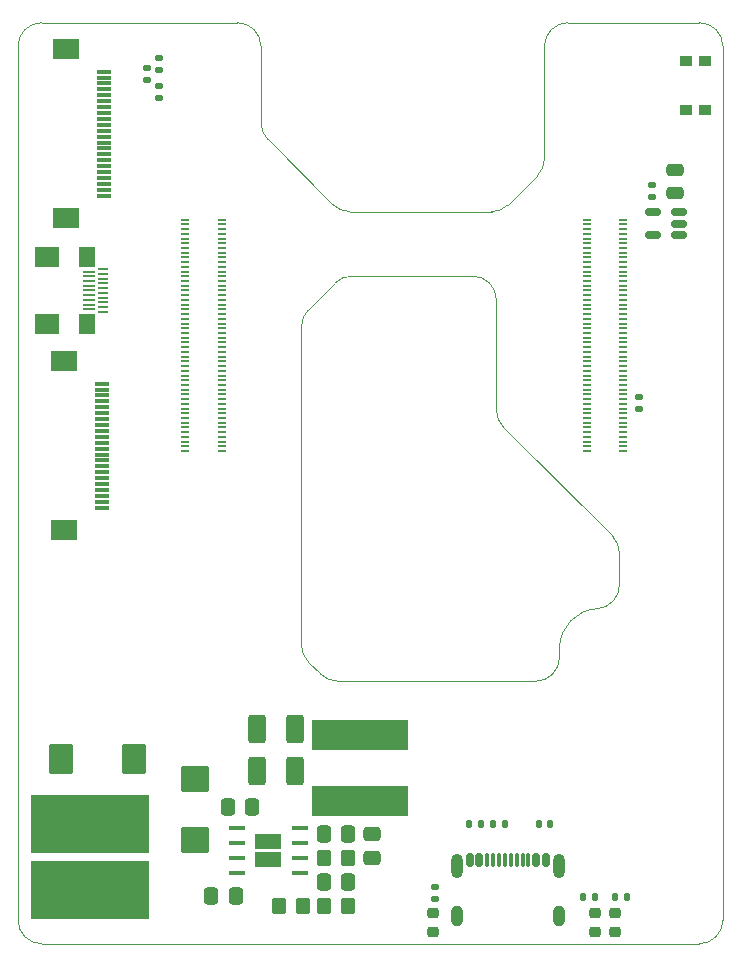
<source format=gbr>
G04 #@! TF.GenerationSoftware,KiCad,Pcbnew,9.0.3*
G04 #@! TF.CreationDate,2026-01-29T01:14:44+01:00*
G04 #@! TF.ProjectId,CM5IO,434d3549-4f2e-46b6-9963-61645f706362,rev?*
G04 #@! TF.SameCoordinates,Original*
G04 #@! TF.FileFunction,Paste,Top*
G04 #@! TF.FilePolarity,Positive*
%FSLAX46Y46*%
G04 Gerber Fmt 4.6, Leading zero omitted, Abs format (unit mm)*
G04 Created by KiCad (PCBNEW 9.0.3) date 2026-01-29 01:14:44*
%MOMM*%
%LPD*%
G01*
G04 APERTURE LIST*
G04 Aperture macros list*
%AMRoundRect*
0 Rectangle with rounded corners*
0 $1 Rounding radius*
0 $2 $3 $4 $5 $6 $7 $8 $9 X,Y pos of 4 corners*
0 Add a 4 corners polygon primitive as box body*
4,1,4,$2,$3,$4,$5,$6,$7,$8,$9,$2,$3,0*
0 Add four circle primitives for the rounded corners*
1,1,$1+$1,$2,$3*
1,1,$1+$1,$4,$5*
1,1,$1+$1,$6,$7*
1,1,$1+$1,$8,$9*
0 Add four rect primitives between the rounded corners*
20,1,$1+$1,$2,$3,$4,$5,0*
20,1,$1+$1,$4,$5,$6,$7,0*
20,1,$1+$1,$6,$7,$8,$9,0*
20,1,$1+$1,$8,$9,$2,$3,0*%
G04 Aperture macros list end*
%ADD10C,0.000000*%
%ADD11R,0.838200X0.228600*%
%ADD12R,0.990600X0.228600*%
%ADD13R,1.371600X1.803400*%
%ADD14R,2.006600X1.701800*%
%ADD15RoundRect,0.250000X0.475000X-0.250000X0.475000X0.250000X-0.475000X0.250000X-0.475000X-0.250000X0*%
%ADD16R,1.300000X0.300000*%
%ADD17R,2.200000X1.800000*%
%ADD18RoundRect,0.150000X-0.150000X-0.425000X0.150000X-0.425000X0.150000X0.425000X-0.150000X0.425000X0*%
%ADD19RoundRect,0.075000X-0.075000X-0.500000X0.075000X-0.500000X0.075000X0.500000X-0.075000X0.500000X0*%
%ADD20O,1.000000X2.100000*%
%ADD21O,1.000000X1.800000*%
%ADD22RoundRect,0.135000X-0.185000X0.135000X-0.185000X-0.135000X0.185000X-0.135000X0.185000X0.135000X0*%
%ADD23RoundRect,0.135000X0.185000X-0.135000X0.185000X0.135000X-0.185000X0.135000X-0.185000X-0.135000X0*%
%ADD24RoundRect,0.135000X-0.135000X-0.185000X0.135000X-0.185000X0.135000X0.185000X-0.135000X0.185000X0*%
%ADD25RoundRect,0.250000X-0.337500X-0.475000X0.337500X-0.475000X0.337500X0.475000X-0.337500X0.475000X0*%
%ADD26RoundRect,0.250000X0.787500X1.025000X-0.787500X1.025000X-0.787500X-1.025000X0.787500X-1.025000X0*%
%ADD27RoundRect,0.218750X-0.256250X0.218750X-0.256250X-0.218750X0.256250X-0.218750X0.256250X0.218750X0*%
%ADD28R,8.200000X2.600000*%
%ADD29R,10.000000X5.000000*%
%ADD30RoundRect,0.140000X-0.140000X-0.170000X0.140000X-0.170000X0.140000X0.170000X-0.140000X0.170000X0*%
%ADD31RoundRect,0.250000X0.337500X0.475000X-0.337500X0.475000X-0.337500X-0.475000X0.337500X-0.475000X0*%
%ADD32RoundRect,0.250000X0.350000X0.450000X-0.350000X0.450000X-0.350000X-0.450000X0.350000X-0.450000X0*%
%ADD33RoundRect,0.250000X-0.350000X-0.450000X0.350000X-0.450000X0.350000X0.450000X-0.350000X0.450000X0*%
%ADD34RoundRect,0.250001X0.507499X0.944999X-0.507499X0.944999X-0.507499X-0.944999X0.507499X-0.944999X0*%
%ADD35RoundRect,0.250001X0.944999X-0.872499X0.944999X0.872499X-0.944999X0.872499X-0.944999X-0.872499X0*%
%ADD36RoundRect,0.140000X0.140000X0.170000X-0.140000X0.170000X-0.140000X-0.170000X0.140000X-0.170000X0*%
%ADD37R,1.000000X0.900000*%
%ADD38RoundRect,0.250000X0.475000X-0.337500X0.475000X0.337500X-0.475000X0.337500X-0.475000X-0.337500X0*%
%ADD39RoundRect,0.150000X0.512500X0.150000X-0.512500X0.150000X-0.512500X-0.150000X0.512500X-0.150000X0*%
%ADD40R,0.700000X0.200000*%
%ADD41R,1.422400X0.457200*%
%ADD42RoundRect,0.135000X0.135000X0.185000X-0.135000X0.185000X-0.135000X-0.185000X0.135000X-0.185000X0*%
G04 #@! TA.AperFunction,Profile*
%ADD43C,0.050000*%
G04 #@! TD*
G04 APERTURE END LIST*
D10*
G36*
X168599600Y-138528000D02*
G01*
X166386600Y-138528000D01*
X166386600Y-137204000D01*
X168599600Y-137204000D01*
X168599600Y-138528000D01*
G37*
G36*
X168599600Y-140052000D02*
G01*
X166386600Y-140052000D01*
X166386600Y-138728000D01*
X168599600Y-138728000D01*
X168599600Y-140052000D01*
G37*
D11*
X153517499Y-92994499D03*
D12*
X152292498Y-92794499D03*
D11*
X153517499Y-92594500D03*
D12*
X152292498Y-92394500D03*
D11*
X153517499Y-92194501D03*
D12*
X152292498Y-91994501D03*
D11*
X153517499Y-91794499D03*
D12*
X152292498Y-91594499D03*
D11*
X153517499Y-91394500D03*
D12*
X152292498Y-91194500D03*
D11*
X153517499Y-90994500D03*
D12*
X152292498Y-90794501D03*
D11*
X153517499Y-90594501D03*
D12*
X152292498Y-90394499D03*
D11*
X153517499Y-90194499D03*
D12*
X152292498Y-89994500D03*
D11*
X153517499Y-89794500D03*
D12*
X152292498Y-89594501D03*
D11*
X153517499Y-89394501D03*
D13*
X152102498Y-88344498D03*
D14*
X148742500Y-88344498D03*
D13*
X152102498Y-94044502D03*
D14*
X148742500Y-94044502D03*
D15*
X201912000Y-82936000D03*
X201912000Y-81036000D03*
D16*
X153404000Y-109588000D03*
X153404000Y-109088000D03*
X153404000Y-108588000D03*
X153404000Y-108088000D03*
X153404000Y-107588000D03*
X153404000Y-107088000D03*
X153404000Y-106588000D03*
X153404000Y-106088000D03*
X153404000Y-105588000D03*
X153404000Y-105088000D03*
X153404000Y-104588000D03*
X153404000Y-104088000D03*
X153404000Y-103588000D03*
X153404000Y-103088000D03*
X153404000Y-102588000D03*
X153404000Y-102088000D03*
X153404000Y-101588000D03*
X153404000Y-101088000D03*
X153404000Y-100588000D03*
X153404000Y-100088000D03*
X153404000Y-99588000D03*
X153404000Y-99088000D03*
D17*
X150154000Y-97188000D03*
X150154000Y-111488000D03*
D16*
X153600000Y-83172000D03*
X153600000Y-82672000D03*
X153600000Y-82172000D03*
X153600000Y-81672000D03*
X153600000Y-81172000D03*
X153600000Y-80672000D03*
X153600000Y-80172000D03*
X153600000Y-79672000D03*
X153600000Y-79172000D03*
X153600000Y-78672000D03*
X153600000Y-78172000D03*
X153600000Y-77672000D03*
X153600000Y-77172000D03*
X153600000Y-76672000D03*
X153600000Y-76172000D03*
X153600000Y-75672000D03*
X153600000Y-75172000D03*
X153600000Y-74672000D03*
X153600000Y-74172000D03*
X153600000Y-73672000D03*
X153600000Y-73172000D03*
X153600000Y-72672000D03*
D17*
X150350000Y-70772000D03*
X150350000Y-85072000D03*
D18*
X184561000Y-139378200D03*
X185361000Y-139378200D03*
D19*
X186511000Y-139378200D03*
X187511000Y-139378200D03*
X188011000Y-139378200D03*
X189011000Y-139378200D03*
D18*
X190161000Y-139378200D03*
X190961000Y-139378200D03*
X190961000Y-139378200D03*
X190161000Y-139378200D03*
D19*
X189511000Y-139378200D03*
X188511000Y-139378200D03*
X187011000Y-139378200D03*
X186011000Y-139378200D03*
D18*
X185361000Y-139378200D03*
X184561000Y-139378200D03*
D20*
X183441000Y-139953200D03*
D21*
X183441000Y-144133200D03*
D20*
X192081000Y-139953200D03*
D21*
X192081000Y-144133200D03*
D22*
X157208000Y-72332000D03*
X157208000Y-73352000D03*
D23*
X158249400Y-72541200D03*
X158249400Y-71521200D03*
D22*
X158224000Y-73856000D03*
X158224000Y-74876000D03*
D24*
X186543000Y-136342000D03*
X187563000Y-136342000D03*
D25*
X164068000Y-134945000D03*
X166143000Y-134945000D03*
D26*
X156129500Y-130881000D03*
X149904500Y-130881000D03*
D27*
X181465000Y-143936500D03*
X181465000Y-145511500D03*
D28*
X175265500Y-134443000D03*
X175265500Y-128843000D03*
D29*
X152382000Y-136342000D03*
D30*
X190383000Y-136342000D03*
X191343000Y-136342000D03*
D29*
X152382000Y-141930000D03*
D31*
X164722500Y-142438000D03*
X162647500Y-142438000D03*
X174271000Y-137231000D03*
X172196000Y-137231000D03*
D22*
X198889400Y-100195801D03*
X198889400Y-101215799D03*
D32*
X170423500Y-143327000D03*
X168423500Y-143327000D03*
D33*
X172233500Y-139263000D03*
X174233500Y-139263000D03*
D32*
X174233500Y-143327000D03*
X172233500Y-143327000D03*
D34*
X169781000Y-128341000D03*
X166526000Y-128341000D03*
D31*
X174271000Y-141295000D03*
X172196000Y-141295000D03*
D23*
X181592000Y-142694000D03*
X181592000Y-141674000D03*
D35*
X161297400Y-137688200D03*
X161297400Y-132573200D03*
D36*
X185461000Y-136342000D03*
X184501000Y-136342000D03*
D22*
X200007000Y-82238000D03*
X200007000Y-83258000D03*
D37*
X202890000Y-75908000D03*
X202890000Y-71808000D03*
X204490000Y-75908000D03*
X204490000Y-71808000D03*
D34*
X169781000Y-131897000D03*
X166526000Y-131897000D03*
D38*
X176281500Y-139284500D03*
X176281500Y-137209500D03*
D39*
X202287500Y-86492000D03*
X202287500Y-85542000D03*
X202287500Y-84592000D03*
X200012500Y-84592000D03*
X200012500Y-86492000D03*
D40*
X197540000Y-104800000D03*
X194460000Y-104800000D03*
X197540000Y-104400000D03*
X194460000Y-104400000D03*
X197540000Y-104000000D03*
X194460000Y-104000000D03*
X197540000Y-103600000D03*
X194460000Y-103600000D03*
X197540000Y-103200000D03*
X194460000Y-103200000D03*
X197540000Y-102800000D03*
X194460000Y-102800000D03*
X197540000Y-102400000D03*
X194460000Y-102400000D03*
X197540000Y-102000000D03*
X194460000Y-102000000D03*
X197540000Y-101600000D03*
X194460000Y-101600000D03*
X197540000Y-101200000D03*
X194460000Y-101200000D03*
X197540000Y-100800000D03*
X194460000Y-100800000D03*
X197540000Y-100400000D03*
X194460000Y-100400000D03*
X197540000Y-100000000D03*
X194460000Y-100000000D03*
X197540000Y-99600000D03*
X194460000Y-99600000D03*
X197540000Y-99200000D03*
X194460000Y-99200000D03*
X197540000Y-98800000D03*
X194460000Y-98800000D03*
X197540000Y-98400000D03*
X194460000Y-98400000D03*
X197540000Y-98000000D03*
X194460000Y-98000000D03*
X197540000Y-97600000D03*
X194460000Y-97600000D03*
X197540000Y-97200000D03*
X194460000Y-97200000D03*
X197540000Y-96800000D03*
X194460000Y-96800000D03*
X197540000Y-96400000D03*
X194460000Y-96400000D03*
X197540000Y-96000000D03*
X194460000Y-96000000D03*
X197540000Y-95600000D03*
X194460000Y-95600000D03*
X197540000Y-95200000D03*
X194460000Y-95200000D03*
X197540000Y-94800000D03*
X194460000Y-94800000D03*
X197540000Y-94400000D03*
X194460000Y-94400000D03*
X197540000Y-94000000D03*
X194460000Y-94000000D03*
X197540000Y-93600000D03*
X194460000Y-93600000D03*
X197540000Y-93200000D03*
X194460000Y-93200000D03*
X197540000Y-92800000D03*
X194460000Y-92800000D03*
X197540000Y-92400000D03*
X194460000Y-92400000D03*
X197540000Y-92000000D03*
X194460000Y-92000000D03*
X197540000Y-91600000D03*
X194460000Y-91600000D03*
X197540000Y-91200000D03*
X194460000Y-91200000D03*
X197540000Y-90800000D03*
X194460000Y-90800000D03*
X197540000Y-90400000D03*
X194460000Y-90400000D03*
X197540000Y-90000000D03*
X194460000Y-90000000D03*
X197540000Y-89600000D03*
X194460000Y-89600000D03*
X197540000Y-89200000D03*
X194460000Y-89200000D03*
X197540000Y-88800000D03*
X194460000Y-88800000D03*
X197540000Y-88400000D03*
X194460000Y-88400000D03*
X197540000Y-88000000D03*
X194460000Y-88000000D03*
X197540000Y-87600000D03*
X194460000Y-87600000D03*
X197540000Y-87200000D03*
X194460000Y-87200000D03*
X197540000Y-86800000D03*
X194460000Y-86800000D03*
X197540000Y-86400000D03*
X194460000Y-86400000D03*
X197540000Y-86000000D03*
X194460000Y-86000000D03*
X197540000Y-85600000D03*
X194460000Y-85600000D03*
X197540000Y-85200000D03*
X194460000Y-85200000D03*
X163540000Y-104800000D03*
X160460000Y-104800000D03*
X163540000Y-104400000D03*
X160460000Y-104400000D03*
X163540000Y-104000000D03*
X160460000Y-104000000D03*
X163540000Y-103600000D03*
X160460000Y-103600000D03*
X163540000Y-103200000D03*
X160460000Y-103200000D03*
X163540000Y-102800000D03*
X160460000Y-102800000D03*
X163540000Y-102400000D03*
X160460000Y-102400000D03*
X163540000Y-102000000D03*
X160460000Y-102000000D03*
X163540000Y-101600000D03*
X160460000Y-101600000D03*
X163540000Y-101200000D03*
X160460000Y-101200000D03*
X163540000Y-100800000D03*
X160460000Y-100800000D03*
X163540000Y-100400000D03*
X160460000Y-100400000D03*
X163540000Y-100000000D03*
X160460000Y-100000000D03*
X163540000Y-99600000D03*
X160460000Y-99600000D03*
X163540000Y-99200000D03*
X160460000Y-99200000D03*
X163540000Y-98800000D03*
X160460000Y-98800000D03*
X163540000Y-98400000D03*
X160460000Y-98400000D03*
X163540000Y-98000000D03*
X160460000Y-98000000D03*
X163540000Y-97600000D03*
X160460000Y-97600000D03*
X163540000Y-97200000D03*
X160460000Y-97200000D03*
X163540000Y-96800000D03*
X160460000Y-96800000D03*
X163540000Y-96400000D03*
X160460000Y-96400000D03*
X163540000Y-96000000D03*
X160460000Y-96000000D03*
X163540000Y-95600000D03*
X160460000Y-95600000D03*
X163540000Y-95200000D03*
X160460000Y-95200000D03*
X163540000Y-94800000D03*
X160460000Y-94800000D03*
X163540000Y-94400000D03*
X160460000Y-94400000D03*
X163540000Y-94000000D03*
X160460000Y-94000000D03*
X163540000Y-93600000D03*
X160460000Y-93600000D03*
X163540000Y-93200000D03*
X160460000Y-93200000D03*
X163540000Y-92800000D03*
X160460000Y-92800000D03*
X163540000Y-92400000D03*
X160460000Y-92400000D03*
X163540000Y-92000000D03*
X160460000Y-92000000D03*
X163540000Y-91600000D03*
X160460000Y-91600000D03*
X163540000Y-91200000D03*
X160460000Y-91200000D03*
X163540000Y-90800000D03*
X160460000Y-90800000D03*
X163540000Y-90400000D03*
X160460000Y-90400000D03*
X163540000Y-90000000D03*
X160460000Y-90000000D03*
X163540000Y-89600000D03*
X160460000Y-89600000D03*
X163540000Y-89200000D03*
X160460000Y-89200000D03*
X163540000Y-88800000D03*
X160460000Y-88800000D03*
X163540000Y-88400000D03*
X160460000Y-88400000D03*
X163540000Y-88000000D03*
X160460000Y-88000000D03*
X163540000Y-87600000D03*
X160460000Y-87600000D03*
X163540000Y-87200000D03*
X160460000Y-87200000D03*
X163540000Y-86800000D03*
X160460000Y-86800000D03*
X163540000Y-86400000D03*
X160460000Y-86400000D03*
X163540000Y-86000000D03*
X160460000Y-86000000D03*
X163540000Y-85600000D03*
X160460000Y-85600000D03*
X163540000Y-85200000D03*
X160460000Y-85200000D03*
D27*
X195181000Y-143936500D03*
X195181000Y-145511500D03*
X196832000Y-143936500D03*
X196832000Y-145511500D03*
D41*
X164851500Y-136723000D03*
X164851500Y-137993000D03*
X164851500Y-139263000D03*
X164851500Y-140533000D03*
X170134700Y-140533000D03*
X170134700Y-139263000D03*
X170134700Y-137993000D03*
X170134700Y-136723000D03*
D24*
X196830000Y-142565000D03*
X197850000Y-142565000D03*
D42*
X195183000Y-142565000D03*
X194163000Y-142565000D03*
D43*
X170288978Y-121225633D02*
X170289000Y-94244427D01*
X173340373Y-124277000D02*
G75*
G02*
X171926143Y-123691229I-73J1999900D01*
G01*
X164860000Y-68524000D02*
G75*
G02*
X166860000Y-70524000I0J-2000000D01*
G01*
X170289000Y-94244427D02*
G75*
G02*
X170874773Y-92830199I2000000J27D01*
G01*
X190863000Y-80046323D02*
G75*
G02*
X190277223Y-81460545I-2000100J23D01*
G01*
X174546427Y-89987000D02*
X184799000Y-89987000D01*
X197213000Y-113421427D02*
X197213000Y-116141816D01*
X205976000Y-70524000D02*
X205976000Y-144502000D01*
X174387677Y-84526000D02*
G75*
G02*
X172973455Y-83940223I23J2000100D01*
G01*
X167445787Y-78412537D02*
G75*
G02*
X166859984Y-76998323I1414213J1414237D01*
G01*
X187384787Y-102764787D02*
X196627214Y-112007214D01*
X146286000Y-70524000D02*
G75*
G02*
X148286000Y-68524000I2000000J0D01*
G01*
X187797537Y-83940213D02*
X190277214Y-81460536D01*
X192133000Y-121500001D02*
G75*
G02*
X195370953Y-118135383I3369900J-2699D01*
G01*
X146286000Y-144502000D02*
X146286000Y-70524000D01*
X148286000Y-68524000D02*
X164860000Y-68524000D01*
X148286000Y-146502000D02*
G75*
G02*
X146286000Y-144502000I0J2000000D01*
G01*
X196627214Y-112007214D02*
G75*
G02*
X197213022Y-113421427I-1414314J-1414286D01*
G01*
X197212290Y-116141816D02*
G75*
G02*
X195371779Y-118135421I-1999990J16D01*
G01*
X192133000Y-122277000D02*
G75*
G02*
X190133000Y-124277000I-2000000J0D01*
G01*
X187384787Y-102764787D02*
G75*
G02*
X186798978Y-101350573I1414313J1414287D01*
G01*
X167445787Y-78412537D02*
X172973464Y-83940214D01*
X205976000Y-144502000D02*
G75*
G02*
X203976000Y-146502000I-2000000J0D01*
G01*
X170874786Y-122639846D02*
G75*
G02*
X170288977Y-121225633I1414214J1414246D01*
G01*
X184799000Y-89987000D02*
G75*
G02*
X186799000Y-91987000I0J-2000000D01*
G01*
X166860000Y-70524000D02*
X166860000Y-76998323D01*
X190863000Y-70524000D02*
G75*
G02*
X192863000Y-68524000I2000000J0D01*
G01*
X190133000Y-124277000D02*
X173340373Y-124277000D01*
X203976000Y-68524000D02*
G75*
G02*
X205976000Y-70524000I0J-2000000D01*
G01*
X203976000Y-146502000D02*
X148286000Y-146502000D01*
X190863000Y-80046323D02*
X190863000Y-70524000D01*
X174387677Y-84526000D02*
X186383323Y-84526000D01*
X186799000Y-91987000D02*
X186799000Y-101350573D01*
X171925713Y-123691213D02*
X170874786Y-122640286D01*
X192133000Y-121500001D02*
X192133000Y-122277000D01*
X170874787Y-92830213D02*
X173132214Y-90572786D01*
X192863000Y-68524000D02*
X203976000Y-68524000D01*
X187797537Y-83940213D02*
G75*
G02*
X186383323Y-84526016I-1414237J1414213D01*
G01*
X173132214Y-90572786D02*
G75*
G02*
X174546427Y-89987019I1414186J-1414214D01*
G01*
M02*

</source>
